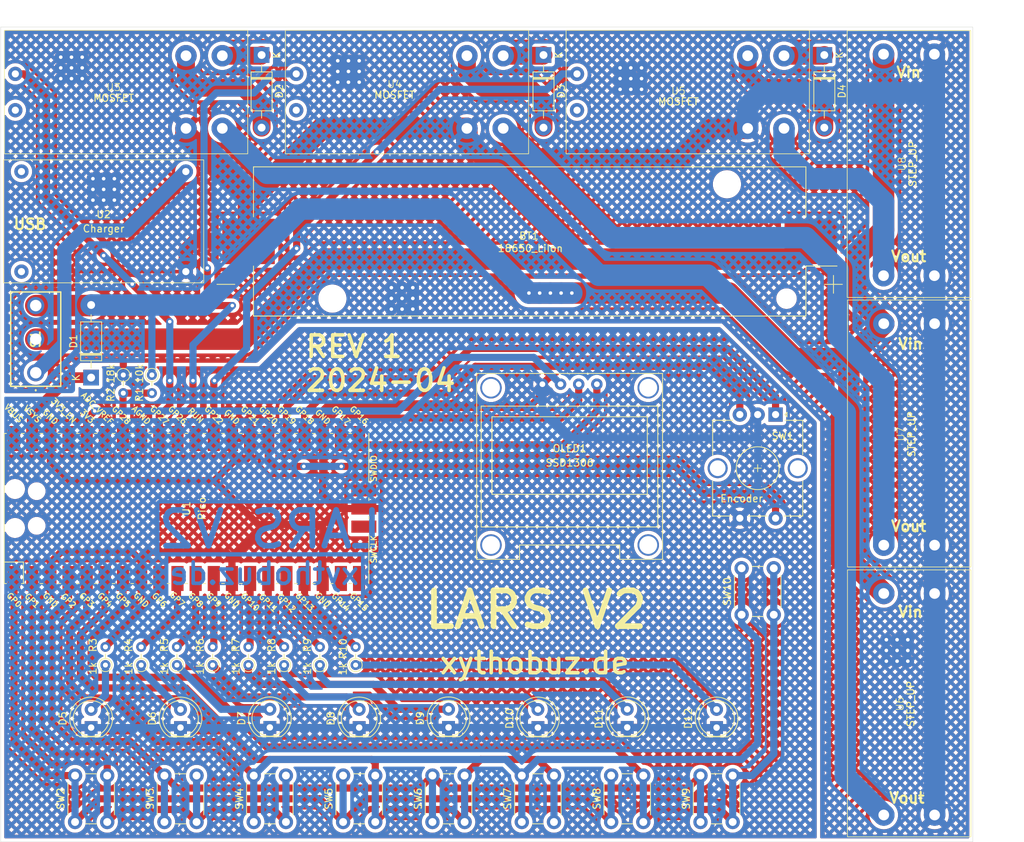
<source format=kicad_pcb>
(kicad_pcb
	(version 20240108)
	(generator "pcbnew")
	(generator_version "8.0")
	(general
		(thickness 1.6)
		(legacy_teardrops no)
	)
	(paper "A4")
	(title_block
		(title "LARS V2")
		(date "2024-04-01")
		(rev "1")
		(comment 1 "https://git.xythobuz.de/thomas/drumkit")
		(comment 2 "Licensed under the CERN-OHL-S-2.0+")
		(comment 4 "Copyright (c) 2024 Thomas Buck, Kauzerei")
	)
	(layers
		(0 "F.Cu" signal)
		(31 "B.Cu" signal)
		(32 "B.Adhes" user "B.Adhesive")
		(33 "F.Adhes" user "F.Adhesive")
		(34 "B.Paste" user)
		(35 "F.Paste" user)
		(36 "B.SilkS" user "B.Silkscreen")
		(37 "F.SilkS" user "F.Silkscreen")
		(38 "B.Mask" user)
		(39 "F.Mask" user)
		(40 "Dwgs.User" user "User.Drawings")
		(41 "Cmts.User" user "User.Comments")
		(42 "Eco1.User" user "User.Eco1")
		(43 "Eco2.User" user "User.Eco2")
		(44 "Edge.Cuts" user)
		(45 "Margin" user)
		(46 "B.CrtYd" user "B.Courtyard")
		(47 "F.CrtYd" user "F.Courtyard")
		(48 "B.Fab" user)
		(49 "F.Fab" user)
		(50 "User.1" user)
		(51 "User.2" user)
		(52 "User.3" user)
		(53 "User.4" user)
		(54 "User.5" user)
		(55 "User.6" user)
		(56 "User.7" user)
		(57 "User.8" user)
		(58 "User.9" user)
	)
	(setup
		(pad_to_mask_clearance 0)
		(allow_soldermask_bridges_in_footprints no)
		(pcbplotparams
			(layerselection 0x00010fc_ffffffff)
			(plot_on_all_layers_selection 0x0000000_00000000)
			(disableapertmacros no)
			(usegerberextensions no)
			(usegerberattributes yes)
			(usegerberadvancedattributes yes)
			(creategerberjobfile yes)
			(dashed_line_dash_ratio 12.000000)
			(dashed_line_gap_ratio 3.000000)
			(svgprecision 4)
			(plotframeref no)
			(viasonmask no)
			(mode 1)
			(useauxorigin no)
			(hpglpennumber 1)
			(hpglpenspeed 20)
			(hpglpendiameter 15.000000)
			(pdf_front_fp_property_popups yes)
			(pdf_back_fp_property_popups yes)
			(dxfpolygonmode yes)
			(dxfimperialunits yes)
			(dxfusepcbnewfont yes)
			(psnegative no)
			(psa4output no)
			(plotreference yes)
			(plotvalue yes)
			(plotfptext yes)
			(plotinvisibletext no)
			(sketchpadsonfab no)
			(subtractmaskfromsilk no)
			(outputformat 1)
			(mirror no)
			(drillshape 1)
			(scaleselection 1)
			(outputdirectory "")
		)
	)
	(net 0 "")
	(net 1 "unconnected-(U1-SWDIO-Pad43)")
	(net 2 "Net-(OLED1-SCL)")
	(net 3 "+BATT")
	(net 4 "unconnected-(U1-RUN-Pad30)")
	(net 5 "unconnected-(U1-ADC_VREF-Pad35)")
	(net 6 "Net-(OLED1-SDA)")
	(net 7 "Net-(U1-GPIO27_ADC1)")
	(net 8 "Net-(U1-GPIO0)")
	(net 9 "Net-(U1-GPIO3)")
	(net 10 "Net-(D1-K)")
	(net 11 "Net-(U1-GPIO4)")
	(net 12 "Net-(U1-GPIO20)")
	(net 13 "unconnected-(U1-VBUS-Pad40)")
	(net 14 "Net-(U1-GPIO28_ADC2)")
	(net 15 "unconnected-(U1-3V3_EN-Pad37)")
	(net 16 "Net-(U1-GPIO19)")
	(net 17 "Net-(U1-GPIO5)")
	(net 18 "Net-(U1-GPIO1)")
	(net 19 "Net-(U1-GPIO2)")
	(net 20 "unconnected-(U1-SWCLK-Pad41)")
	(net 21 "unconnected-(U1-AGND-Pad33)")
	(net 22 "Net-(D5-A)")
	(net 23 "Net-(D6-A)")
	(net 24 "unconnected-(U1-GPIO14-Pad19)")
	(net 25 "unconnected-(U1-GPIO15-Pad20)")
	(net 26 "Net-(U1-GPIO18)")
	(net 27 "+3.3V")
	(net 28 "-BATT")
	(net 29 "unconnected-(U2-Vin+-Pad1)")
	(net 30 "unconnected-(U2-Vin--Pad2)")
	(net 31 "Net-(D7-A)")
	(net 32 "Net-(D8-A)")
	(net 33 "Net-(D9-A)")
	(net 34 "Net-(D10-A)")
	(net 35 "Net-(D11-A)")
	(net 36 "Net-(D12-A)")
	(net 37 "Net-(U1-GPIO6)")
	(net 38 "Net-(U1-GPIO7)")
	(net 39 "Net-(D2-A)")
	(net 40 "Net-(D2-K)")
	(net 41 "unconnected-(U3-GND-Pad5)")
	(net 42 "Net-(D3-K)")
	(net 43 "Net-(D3-A)")
	(net 44 "unconnected-(U4-GND-Pad5)")
	(net 45 "Net-(D4-A)")
	(net 46 "Net-(D4-K)")
	(net 47 "Net-(U3-Vin+)")
	(net 48 "unconnected-(U5-GND-Pad5)")
	(net 49 "Net-(U4-Vin+)")
	(net 50 "Net-(U5-Vin+)")
	(net 51 "Net-(U1-GPIO8)")
	(net 52 "Net-(U1-GPIO9)")
	(net 53 "Net-(U1-GPIO10)")
	(net 54 "Net-(U1-GPIO11)")
	(net 55 "Net-(U1-GPIO12)")
	(net 56 "Net-(U1-GPIO13)")
	(net 57 "Net-(U1-GPIO22)")
	(net 58 "Net-(U1-GPIO26_ADC0)")
	(net 59 "Net-(BT1-+)")
	(net 60 "Net-(S1-NO)")
	(footprint "Button_Switch_THT:SW_PUSH_6mm_H5mm" (layer "F.Cu") (at 93.25 152 90))
	(footprint "chinese_modules:xy-mos" (layer "F.Cu") (at 117.406 41.244 180))
	(footprint "Resistor_THT:R_Axial_DIN0204_L3.6mm_D1.6mm_P2.54mm_Vertical" (layer "F.Cu") (at 122.5 130.04 90))
	(footprint "Button_Switch_THT:SW_PUSH_6mm_H5mm" (layer "F.Cu") (at 105.75 152 90))
	(footprint "Diode_THT:D_DO-41_SOD81_P10.16mm_Horizontal" (layer "F.Cu") (at 198.068 44.7 -90))
	(footprint "chinese_modules:dc-dc module" (layer "F.Cu") (at 208.388 57.28 -90))
	(footprint "Button_Switch_THT:SW_PUSH_6mm_H5mm" (layer "F.Cu") (at 155.75 152 90))
	(footprint "Rotary_Encoder:RotaryEncoder_Alps_EC12E-Switch_Vertical_H20mm_CircularMountingHoles" (layer "F.Cu") (at 191.25 95 -90))
	(footprint "Resistor_THT:R_Axial_DIN0204_L3.6mm_D1.6mm_P2.54mm_Vertical" (layer "F.Cu") (at 112.5 130.04 90))
	(footprint "Button_Switch_THT:SW_PUSH_6mm_H5mm" (layer "F.Cu") (at 130.75 152 90))
	(footprint "Button_Switch_THT:SW_PUSH_6mm_H5mm" (layer "F.Cu") (at 118.25 152 90))
	(footprint "Resistor_THT:R_Axial_DIN0204_L3.6mm_D1.6mm_P2.54mm_Vertical" (layer "F.Cu") (at 107.5 130.04 90))
	(footprint "KiCad-RP-Pico:RPi_Pico_SMD_only" (layer "F.Cu") (at 108.85 108.14 90))
	(footprint "chinese_modules:dc-dc module" (layer "F.Cu") (at 208.42 94.98 -90))
	(footprint "Diode_THT:D_DO-41_SOD81_P10.16mm_Horizontal" (layer "F.Cu") (at 119.35 44.7 -90))
	(footprint "LED_THT:LED_D5.0mm" (layer "F.Cu") (at 183 138.79 90))
	(footprint "Resistor_THT:R_Axial_DIN0204_L3.6mm_D1.6mm_P2.54mm_Vertical" (layer "F.Cu") (at 97.5 130.04 90))
	(footprint "chinese_modules:xy-mos" (layer "F.Cu") (at 195.986 41.244 180))
	(footprint "ssd1306:SSD1306_0.96_Oled" (layer "F.Cu") (at 149.44 115.25))
	(footprint "LED_THT:LED_D5.0mm" (layer "F.Cu") (at 145.5 138.765 90))
	(footprint "Resistor_THT:R_Axial_DIN0204_L3.6mm_D1.6mm_P2.54mm_Vertical" (layer "F.Cu") (at 104 89.46 -90))
	(footprint "Diode_THT:D_DO-41_SOD81_P10.16mm_Horizontal" (layer "F.Cu") (at 95.5 89.83 90))
	(footprint "Battery:BatteryHolder_Keystone_1042_1x18650" (layer "F.Cu") (at 156.85 70.78 180))
	(footprint "Button_Switch_THT:SW_PUSH_6mm_H5mm" (layer "F.Cu") (at 168.25 152 90))
	(footprint "Diode_THT:D_DO-41_SOD81_P10.16mm_Horizontal" (layer "F.Cu") (at 158.786 44.7 -90))
	(footprint "LED_THT:LED_D5.0mm" (layer "F.Cu") (at 158 138.79 90))
	(footprint "LED_THT:LED_D5.0mm" (layer "F.Cu") (at 95.5 138.79 90))
	(footprint "5236ab:5236AB" (layer "F.Cu") (at 87.75 89.15 90))
	(footprint "Resistor_THT:R_Axial_DIN0204_L3.6mm_D1.6mm_P2.54mm_Vertical" (layer "F.Cu") (at 117.5 130.04 90))
	(footprint "Resistor_THT:R_Axial_DIN0204_L3.6mm_D1.6mm_P2.54mm_Vertical" (layer "F.Cu") (at 100 89.46 -90))
	(footprint "LED_THT:LED_D5.0mm" (layer "F.Cu") (at 108 138.79 90))
	(footprint "Resistor_THT:R_Axial_DIN0204_L3.6mm_D1.6mm_P2.54mm_Vertical" (layer "F.Cu") (at 132.5 130.04 90))
	(footprint "Button_Switch_THT:SW_PUSH_6mm_H5mm"
		(layer "F.Cu")
		(uuid "c5daebfb-3e50-48e0-bfec-f80e880aadaf")
		(at 143.25 152 90)
		(descr "tactile push button, 6x6mm e.g. PHAP33xx series, height=5mm")
		(tags "tact sw push 6mm")
		(property "Reference" "SW6"
			(at 3.25 -2 -90)
			(layer "F.SilkS")
			(uuid "f9a6c7d4-f328-4531-b085-7e116070b1c8")
			(effects
				(font
					(size 1 1)
					(thickness 0.15)
				)
			)
		)
		(property "Value" "SW_Push"
			(at 3.75 6.7 -90)
			(layer "F.Fab")
			(uuid "3f84efb1-9f54-43a3-b9c0-7b70be28b1c6")
			(effects
				(font
					(size 1 1)
					(thickness 0.15)
				)
			)
		)
		(property "Footprint" "Button_Switch_THT:SW_PUSH_6mm_H5mm"
			(at 0 0 90)
			(unlocked yes)
			(layer "F.Fab")
			(hide yes)
			(uuid "0a147be0-a2f5-4c0c-b128-7c489980f3f4")
			(effects
				(font
					(size 1.27 1.27)
				)
			)
		)
		(property "Datasheet" ""
			(at 0 0 90)
			(unlocked yes)
			(layer "F.Fab")
			(hide yes)
			(uuid "f7e9df7b-7015-4bf2-8063-74a56880d28b")
			(effects
				(font
					(size 1.27 1.27)
				)
			)
		)
		(property "Description" "Push button switch, generic, two pins"
			(at 0 0 90)
			(unlocked yes)
			(layer "F.Fab")
			(hide yes)
			(uuid "4b188159-d3cb-429e-b6e7-d8fd745a52c3")
			(effects
				(font
					(size 1.27 1.27)
				)
			)
		)
		(path "/4a2ceb49-9fad-4973-99e3-91f62c78ea2d")
		(sheetname "Root")
		(sheetfile "lars2.kicad_sch")
		(attr through_hole)
		(fp_line
			(start 5.5 -1)
			(end 1 -1)
			(stroke
				(width 0.12)
				(type solid)
			)
			(layer "F.SilkS")
			(uuid "de51fa7e-c0b9-4fff-a2d0-c9c4122ff724")
		)
		(fp_line
			(start -0.25 1.5)
			(end -0.25 3)
			(stroke
				(width 0.12)
				(type solid)
			)
			(layer "F.SilkS")
			(uuid "c97ecfd8-42e1-4d35-9afb-50db82e0c57c")
		)
		(fp_line
			(start 6.75 3)
			(end 6.75 1.5)
			(stroke
				(width 0.12)
				(type solid)
			)
			(layer "F.SilkS")
			(uuid "d602da48-a6f2-4234-a0a6-a39fa203c8ff")
		)
		(fp_line
			(start 1 5.5)
			(end 5.5 5.5)
			(stroke
				(width 0.12)
				(type solid)
			)
			(layer "F.SilkS")
			(uuid "b3c73996-800d-47f5-928a-71874a02acac")
		)
		(fp_line
			(start 8 -1.5)
			(end 8 -1.25)
			(stroke
				(width 0.05)
				(type solid)
			)
			(layer "F.CrtYd")
			(uuid "6b00b39d-76a6-4235-a209-174a124dc422")
		)
		(fp_line
			(start 7.75 -1.5)
			(end 8 -1.5)
			(stroke
				(width 0.05)
				(type solid)
			)
			(layer "F.CrtYd")
			(uuid "55a6e1da-84c6-4dfc-a2ce-7f29dacc172a")
		)
		(fp_line
			(start -1.25 -1.5)
			(end 7.75 -1.5)
			(stroke
				(width 0.05)
				(type solid)
			)
			(layer "F.CrtYd")
			(uuid "cc81f788-73eb-4d51-a94b-e3133715508f")
		)
		(fp_line
			(start -1.5 -1.5)
			(end -1.25 -1.5)
			(stroke
				(width 0.05)
				(type solid)
			)
			(layer "F.CrtYd")
			(uuid "a3572171-6354-4599-9241-51d69f42082e")
		)
		(fp_line
			(start 8 -1.25)
			(end 8 5.75)
			(stroke
				(width 0.05)
				(type solid)
			)
			(layer "F.CrtYd")
			(uuid "7da13a33-732c-4858-8247-36632abf49b5")
		)
		(fp_line
			(start -1.5 -1.25)
			(end -1.5 -1.5)
			(stroke
				(width 0.05)
				(type solid)
			)
			(layer "F.CrtYd")
			(uuid "76bfd6ea-b070-4227-a167-d5534ecea6e2")
		)
		(fp_line
			(start -1.5 5.75)
			(end -1.5 -1.25)
			(stroke
				(width 0.05)
				(type solid)
			)
			(layer "F.CrtYd")
			(uuid "eaa7505a-3e60-4aac-a81d-83736e2d9f7a")
		)
		(fp_line
			(start -1.5 5.75)
			(end -1.5 6)
			(stroke
				(width 0.05)
				(type solid)
			)
			(layer "F.CrtYd")
			(uuid "25ade96a-4cd3-4d05-96cd-e71330f7ec6d")
		)
		(fp_line
			(start 8 6)
			(end 8 5.75)
			(stroke
				(widt
... [4386186 chars truncated]
</source>
